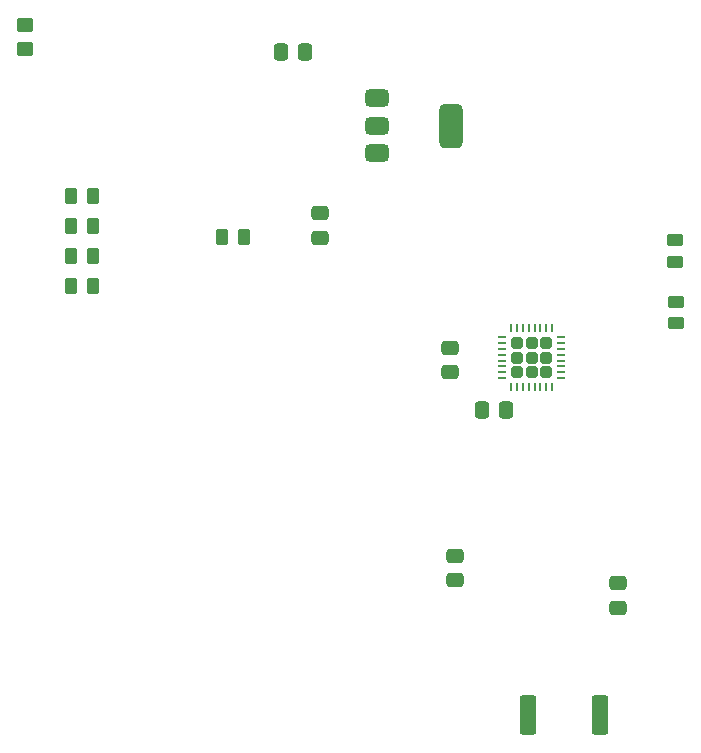
<source format=gtp>
G04 #@! TF.GenerationSoftware,KiCad,Pcbnew,8.0.6*
G04 #@! TF.CreationDate,2025-01-15T22:05:06-05:00*
G04 #@! TF.ProjectId,RL78_F14_32p_Rev2,524c3738-5f46-4313-945f-3332705f5265,rev?*
G04 #@! TF.SameCoordinates,Original*
G04 #@! TF.FileFunction,Paste,Top*
G04 #@! TF.FilePolarity,Positive*
%FSLAX46Y46*%
G04 Gerber Fmt 4.6, Leading zero omitted, Abs format (unit mm)*
G04 Created by KiCad (PCBNEW 8.0.6) date 2025-01-15 22:05:06*
%MOMM*%
%LPD*%
G01*
G04 APERTURE LIST*
G04 Aperture macros list*
%AMRoundRect*
0 Rectangle with rounded corners*
0 $1 Rounding radius*
0 $2 $3 $4 $5 $6 $7 $8 $9 X,Y pos of 4 corners*
0 Add a 4 corners polygon primitive as box body*
4,1,4,$2,$3,$4,$5,$6,$7,$8,$9,$2,$3,0*
0 Add four circle primitives for the rounded corners*
1,1,$1+$1,$2,$3*
1,1,$1+$1,$4,$5*
1,1,$1+$1,$6,$7*
1,1,$1+$1,$8,$9*
0 Add four rect primitives between the rounded corners*
20,1,$1+$1,$2,$3,$4,$5,0*
20,1,$1+$1,$4,$5,$6,$7,0*
20,1,$1+$1,$6,$7,$8,$9,0*
20,1,$1+$1,$8,$9,$2,$3,0*%
G04 Aperture macros list end*
%ADD10RoundRect,0.250000X0.337500X0.475000X-0.337500X0.475000X-0.337500X-0.475000X0.337500X-0.475000X0*%
%ADD11RoundRect,0.250000X0.450000X-0.262500X0.450000X0.262500X-0.450000X0.262500X-0.450000X-0.262500X0*%
%ADD12RoundRect,0.250000X-0.262500X-0.450000X0.262500X-0.450000X0.262500X0.450000X-0.262500X0.450000X0*%
%ADD13RoundRect,0.250000X-0.450000X0.350000X-0.450000X-0.350000X0.450000X-0.350000X0.450000X0.350000X0*%
%ADD14RoundRect,0.250000X0.475000X-0.337500X0.475000X0.337500X-0.475000X0.337500X-0.475000X-0.337500X0*%
%ADD15RoundRect,0.245000X-0.245000X-0.245000X0.245000X-0.245000X0.245000X0.245000X-0.245000X0.245000X0*%
%ADD16RoundRect,0.062500X-0.312500X-0.062500X0.312500X-0.062500X0.312500X0.062500X-0.312500X0.062500X0*%
%ADD17RoundRect,0.062500X-0.062500X-0.312500X0.062500X-0.312500X0.062500X0.312500X-0.062500X0.312500X0*%
%ADD18RoundRect,0.249999X-0.450001X-1.425001X0.450001X-1.425001X0.450001X1.425001X-0.450001X1.425001X0*%
%ADD19RoundRect,0.375000X-0.625000X-0.375000X0.625000X-0.375000X0.625000X0.375000X-0.625000X0.375000X0*%
%ADD20RoundRect,0.500000X-0.500000X-1.400000X0.500000X-1.400000X0.500000X1.400000X-0.500000X1.400000X0*%
G04 APERTURE END LIST*
D10*
X127867500Y-71820000D03*
X125792500Y-71820000D03*
D11*
X159200000Y-89575000D03*
X159200000Y-87750000D03*
D12*
X120837500Y-87450000D03*
X122662500Y-87450000D03*
D13*
X104150000Y-69500000D03*
X104150000Y-71500000D03*
D14*
X140100000Y-98925000D03*
X140100000Y-96850000D03*
D12*
X108087500Y-86540000D03*
X109912500Y-86540000D03*
X108087500Y-84000000D03*
X109912500Y-84000000D03*
D14*
X154350000Y-118837500D03*
X154350000Y-116762500D03*
X140600000Y-116537500D03*
X140600000Y-114462500D03*
D15*
X145822500Y-96450000D03*
X145822500Y-97670000D03*
X145822500Y-98890000D03*
X147042500Y-96450000D03*
X147042500Y-97670000D03*
X147042500Y-98890000D03*
X148262500Y-96450000D03*
X148262500Y-97670000D03*
X148262500Y-98890000D03*
D16*
X144567500Y-95920000D03*
X144567500Y-96420000D03*
X144567500Y-96920000D03*
X144567500Y-97420000D03*
X144567500Y-97920000D03*
X144567500Y-98420000D03*
X144567500Y-98920000D03*
X144567500Y-99420000D03*
D17*
X145292500Y-100145000D03*
X145792500Y-100145000D03*
X146292500Y-100145000D03*
X146792500Y-100145000D03*
X147292500Y-100145000D03*
X147792500Y-100145000D03*
X148292500Y-100145000D03*
X148792500Y-100145000D03*
D16*
X149517500Y-99420000D03*
X149517500Y-98920000D03*
X149517500Y-98420000D03*
X149517500Y-97920000D03*
X149517500Y-97420000D03*
X149517500Y-96920000D03*
X149517500Y-96420000D03*
X149517500Y-95920000D03*
D17*
X148792500Y-95195000D03*
X148292500Y-95195000D03*
X147792500Y-95195000D03*
X147292500Y-95195000D03*
X146792500Y-95195000D03*
X146292500Y-95195000D03*
X145792500Y-95195000D03*
X145292500Y-95195000D03*
D14*
X129100000Y-87537500D03*
X129100000Y-85462500D03*
D11*
X159260000Y-94775000D03*
X159260000Y-92950000D03*
D18*
X146750000Y-127950000D03*
X152850000Y-127950000D03*
D12*
X108087500Y-91620000D03*
X109912500Y-91620000D03*
X108087500Y-89080000D03*
X109912500Y-89080000D03*
D19*
X133930000Y-75727500D03*
X133930000Y-78027500D03*
D20*
X140230000Y-78027500D03*
D19*
X133930000Y-80327500D03*
D10*
X144900000Y-102100000D03*
X142825000Y-102100000D03*
M02*

</source>
